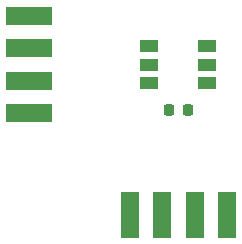
<source format=gtp>
%TF.GenerationSoftware,KiCad,Pcbnew,8.0.4*%
%TF.CreationDate,2024-08-07T00:56:23-04:00*%
%TF.ProjectId,ws2815-corner-left,77733238-3135-42d6-936f-726e65722d6c,rev?*%
%TF.SameCoordinates,Original*%
%TF.FileFunction,Paste,Top*%
%TF.FilePolarity,Positive*%
%FSLAX46Y46*%
G04 Gerber Fmt 4.6, Leading zero omitted, Abs format (unit mm)*
G04 Created by KiCad (PCBNEW 8.0.4) date 2024-08-07 00:56:23*
%MOMM*%
%LPD*%
G01*
G04 APERTURE LIST*
G04 Aperture macros list*
%AMRoundRect*
0 Rectangle with rounded corners*
0 $1 Rounding radius*
0 $2 $3 $4 $5 $6 $7 $8 $9 X,Y pos of 4 corners*
0 Add a 4 corners polygon primitive as box body*
4,1,4,$2,$3,$4,$5,$6,$7,$8,$9,$2,$3,0*
0 Add four circle primitives for the rounded corners*
1,1,$1+$1,$2,$3*
1,1,$1+$1,$4,$5*
1,1,$1+$1,$6,$7*
1,1,$1+$1,$8,$9*
0 Add four rect primitives between the rounded corners*
20,1,$1+$1,$2,$3,$4,$5,0*
20,1,$1+$1,$4,$5,$6,$7,0*
20,1,$1+$1,$6,$7,$8,$9,0*
20,1,$1+$1,$8,$9,$2,$3,0*%
G04 Aperture macros list end*
%ADD10R,4.000000X1.650000*%
%ADD11R,1.650000X4.000000*%
%ADD12R,1.500000X1.000000*%
%ADD13RoundRect,0.225000X0.225000X0.250000X-0.225000X0.250000X-0.225000X-0.250000X0.225000X-0.250000X0*%
G04 APERTURE END LIST*
D10*
%TO.C,J2*%
X139786000Y-80325000D03*
X139786000Y-77575000D03*
X139786000Y-74825000D03*
X139786000Y-72075000D03*
%TD*%
D11*
%TO.C,J1*%
X148275000Y-88900000D03*
X151025000Y-88900000D03*
X153775000Y-88900000D03*
X156525000Y-88900000D03*
%TD*%
D12*
%TO.C,D1*%
X154850000Y-77800000D03*
X154850000Y-76200000D03*
X154850000Y-74600000D03*
X149950000Y-74600000D03*
X149950000Y-76200000D03*
X149950000Y-77800000D03*
%TD*%
D13*
%TO.C,C1*%
X153175000Y-80010000D03*
X151625000Y-80010000D03*
%TD*%
M02*

</source>
